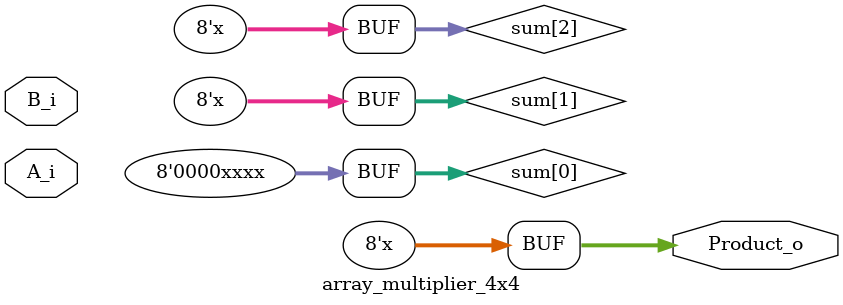
<source format=sv>
module array_multiplier_4x4 (
  input  logic [3:0] A_i, B_i,
  output logic [7:0] Product_o
);
    
    logic [3:0] pp[3:0]; // Partial products
    logic [7:0] sum[2:0]; // Intermediate sums
    
    
    genvar i, j;
    generate
        for (i = 0; i < 4; i++) begin : gen_pp
            for (j = 0; j < 4; j++) begin : gen_pp_inner
              assign pp[i][j] = A_i[j] & B_i[i];
            end
        end
    endgenerate
    
    
    assign sum[0] = {4'b0000, pp[0]};
    
    assign sum[1] = sum[0] + {3'b000, pp[1], 1'b0};
    assign sum[2] = sum[1] + {2'b00, pp[2], 2'b00};
    assign Product_o = sum[2] + {1'b0, pp[3], 3'b000};
    
endmodule
</source>
